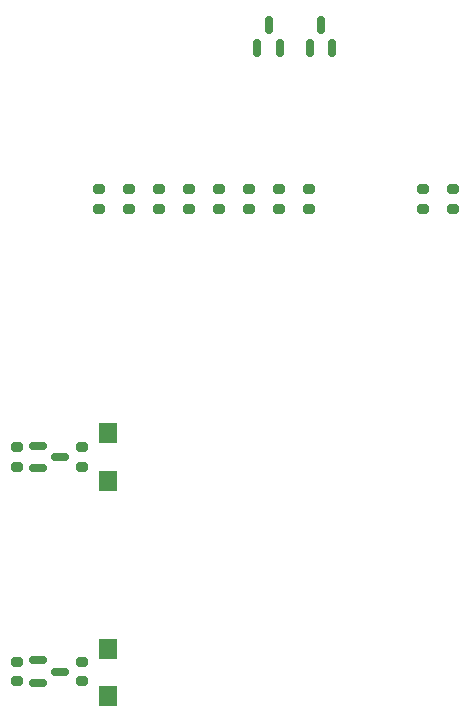
<source format=gbp>
G04 #@! TF.GenerationSoftware,KiCad,Pcbnew,(6.99.0-2225-g61f71e0814)*
G04 #@! TF.CreationDate,2022-08-09T19:58:20+07:00*
G04 #@! TF.ProjectId,Training_Based,54726169-6e69-46e6-975f-42617365642e,rev?*
G04 #@! TF.SameCoordinates,Original*
G04 #@! TF.FileFunction,Paste,Bot*
G04 #@! TF.FilePolarity,Positive*
%FSLAX46Y46*%
G04 Gerber Fmt 4.6, Leading zero omitted, Abs format (unit mm)*
G04 Created by KiCad (PCBNEW (6.99.0-2225-g61f71e0814)) date 2022-08-09 19:58:20*
%MOMM*%
%LPD*%
G01*
G04 APERTURE LIST*
G04 Aperture macros list*
%AMRoundRect*
0 Rectangle with rounded corners*
0 $1 Rounding radius*
0 $2 $3 $4 $5 $6 $7 $8 $9 X,Y pos of 4 corners*
0 Add a 4 corners polygon primitive as box body*
4,1,4,$2,$3,$4,$5,$6,$7,$8,$9,$2,$3,0*
0 Add four circle primitives for the rounded corners*
1,1,$1+$1,$2,$3*
1,1,$1+$1,$4,$5*
1,1,$1+$1,$6,$7*
1,1,$1+$1,$8,$9*
0 Add four rect primitives between the rounded corners*
20,1,$1+$1,$2,$3,$4,$5,0*
20,1,$1+$1,$4,$5,$6,$7,0*
20,1,$1+$1,$6,$7,$8,$9,0*
20,1,$1+$1,$8,$9,$2,$3,0*%
G04 Aperture macros list end*
%ADD10RoundRect,0.200000X0.275000X-0.200000X0.275000X0.200000X-0.275000X0.200000X-0.275000X-0.200000X0*%
%ADD11RoundRect,0.150000X-0.587500X-0.150000X0.587500X-0.150000X0.587500X0.150000X-0.587500X0.150000X0*%
%ADD12R,1.600000X1.800000*%
%ADD13RoundRect,0.150000X0.150000X-0.587500X0.150000X0.587500X-0.150000X0.587500X-0.150000X-0.587500X0*%
%ADD14RoundRect,0.200000X-0.275000X0.200000X-0.275000X-0.200000X0.275000X-0.200000X0.275000X0.200000X0*%
G04 APERTURE END LIST*
D10*
X194895000Y-44225000D03*
X194895000Y-42575000D03*
X192355000Y-44225000D03*
X192355000Y-42575000D03*
D11*
X182112500Y-66225000D03*
X182112500Y-64325000D03*
X183987500Y-65275000D03*
D12*
X188049999Y-67249999D03*
X188049999Y-63249999D03*
D13*
X207012500Y-30587500D03*
X205112500Y-30587500D03*
X206062500Y-28712500D03*
D11*
X182112500Y-84375000D03*
X182112500Y-82475000D03*
X183987500Y-83425000D03*
D13*
X202572500Y-30587500D03*
X200672500Y-30587500D03*
X201622500Y-28712500D03*
D12*
X188049999Y-85499999D03*
X188049999Y-81499999D03*
D10*
X197435000Y-44225000D03*
X197435000Y-42575000D03*
X180300000Y-66100000D03*
X180300000Y-64450000D03*
X187275000Y-44225000D03*
X187275000Y-42575000D03*
X189815000Y-44225000D03*
X189815000Y-42575000D03*
X217240000Y-44225000D03*
X217240000Y-42575000D03*
X185800000Y-84250000D03*
X185800000Y-82600000D03*
X185800000Y-66100000D03*
X185800000Y-64450000D03*
X202515000Y-44225000D03*
X202515000Y-42575000D03*
D14*
X180300000Y-82600000D03*
X180300000Y-84250000D03*
D10*
X214700000Y-44225000D03*
X214700000Y-42575000D03*
X205055000Y-44225000D03*
X205055000Y-42575000D03*
X199975000Y-44225000D03*
X199975000Y-42575000D03*
M02*

</source>
